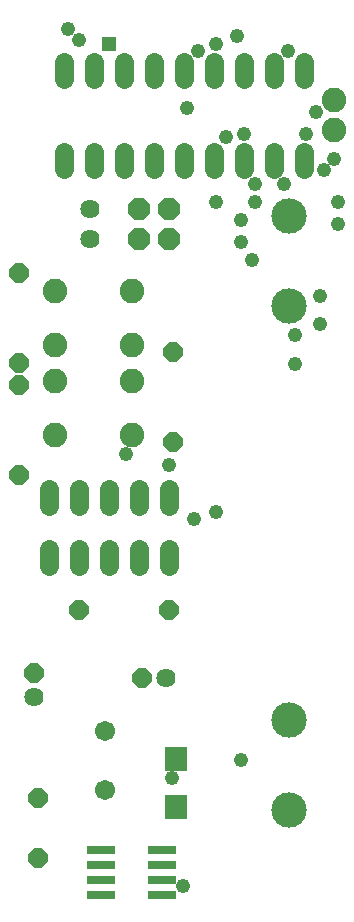
<source format=gts>
G75*
G70*
%OFA0B0*%
%FSLAX24Y24*%
%IPPOS*%
%LPD*%
%AMOC8*
5,1,8,0,0,1.08239X$1,22.5*
%
%ADD10C,0.0640*%
%ADD11R,0.0946X0.0316*%
%ADD12OC8,0.0640*%
%ADD13C,0.0640*%
%ADD14C,0.0820*%
%ADD15C,0.1175*%
%ADD16R,0.0749X0.0789*%
%ADD17OC8,0.0710*%
%ADD18C,0.0674*%
%ADD19C,0.0480*%
%ADD20R,0.0476X0.0476*%
D10*
X002181Y012563D02*
X002181Y013123D01*
X002181Y014563D02*
X002181Y015123D01*
X003181Y015123D02*
X003181Y014563D01*
X003181Y013123D02*
X003181Y012563D01*
X004181Y012563D02*
X004181Y013123D01*
X004181Y014563D02*
X004181Y015123D01*
X005181Y015123D02*
X005181Y014563D01*
X005181Y013123D02*
X005181Y012563D01*
X006181Y012563D02*
X006181Y013123D01*
X006181Y014563D02*
X006181Y015123D01*
X005681Y025813D02*
X005681Y026373D01*
X006681Y026373D02*
X006681Y025813D01*
X007681Y025813D02*
X007681Y026373D01*
X008681Y026373D02*
X008681Y025813D01*
X009681Y025813D02*
X009681Y026373D01*
X010681Y026373D02*
X010681Y025813D01*
X010681Y028813D02*
X010681Y029373D01*
X009681Y029373D02*
X009681Y028813D01*
X008681Y028813D02*
X008681Y029373D01*
X007681Y029373D02*
X007681Y028813D01*
X006681Y028813D02*
X006681Y029373D01*
X005681Y029373D02*
X005681Y028813D01*
X004681Y028813D02*
X004681Y029373D01*
X003681Y029373D02*
X003681Y028813D01*
X002681Y028813D02*
X002681Y029373D01*
X002681Y026373D02*
X002681Y025813D01*
X003681Y025813D02*
X003681Y026373D01*
X004681Y026373D02*
X004681Y025813D01*
D11*
X003908Y003093D03*
X003908Y002593D03*
X003908Y002093D03*
X003908Y001593D03*
X005955Y001593D03*
X005955Y002093D03*
X005955Y002593D03*
X005955Y003093D03*
D12*
X001806Y002843D03*
X001806Y004843D03*
X001681Y008993D03*
X003181Y011093D03*
X001181Y015593D03*
X001181Y018593D03*
X001181Y019343D03*
X001181Y022343D03*
X006181Y011093D03*
X005281Y008843D03*
X006306Y016718D03*
X006306Y019718D03*
D13*
X003556Y023468D03*
X003556Y024468D03*
X006081Y008843D03*
X001681Y008193D03*
D14*
X002401Y016953D03*
X002401Y018733D03*
X002401Y019953D03*
X002401Y021733D03*
X004961Y021733D03*
X004961Y019953D03*
X004961Y018733D03*
X004961Y016953D03*
X011681Y027093D03*
X011681Y028093D03*
D15*
X010181Y024243D03*
X010181Y021243D03*
X010181Y007443D03*
X010181Y004443D03*
D16*
X006431Y004536D03*
X006431Y006150D03*
D17*
X006181Y023468D03*
X006181Y024468D03*
X005181Y024468D03*
X005181Y023468D03*
D18*
X004056Y007077D03*
X004056Y005108D03*
D19*
X006301Y005503D03*
X006661Y001903D03*
X008581Y006103D03*
X007021Y014143D03*
X007741Y014383D03*
X006181Y015943D03*
X004741Y016303D03*
X007741Y024703D03*
X008581Y024103D03*
X008581Y023383D03*
X008941Y022783D03*
X009061Y024703D03*
X009061Y025303D03*
X008701Y026983D03*
X008101Y026863D03*
X007141Y029743D03*
X007741Y029983D03*
X008461Y030223D03*
X010141Y029743D03*
X011101Y027703D03*
X010741Y026983D03*
X011341Y025783D03*
X011701Y026143D03*
X011821Y024703D03*
X011821Y023983D03*
X011221Y021583D03*
X011221Y020623D03*
X010381Y020263D03*
X010381Y019303D03*
X010021Y025303D03*
X006781Y027823D03*
X003181Y030103D03*
X002821Y030463D03*
D20*
X004181Y029968D03*
M02*

</source>
